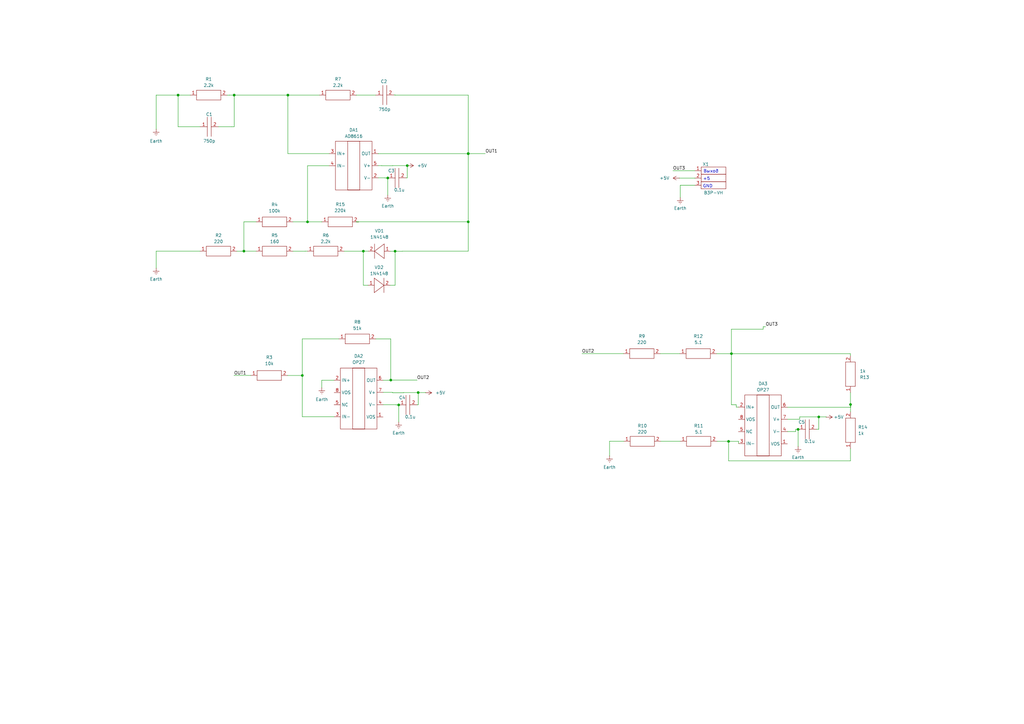
<source format=kicad_sch>
(kicad_sch (version 20231120) (generator "eeschema") (generator_version "8.0")
  (paper "A3")
  (title_block (title "Схема печатной платы") (company "МГТУ им. Баумана БМТ2-31М") (comment 2 "Плыткевич Г.Е."))
  (lib_symbols
    (symbol "2.2k_1"
      (property "Reference" "R" (at 7 3 0))
      (property "Value" "2.2k" (at 7 -3 0))
      (symbol "2.2k_1_0_1"
        (rectangle (start 2.5634 1.9901) (end 12.5634 -2.0099))
      )
      (symbol "2.2k_1_1_1"
        (pin bidirectional line (at 0 0 0) (length 2.54) (name "") (number "1"))
        (pin bidirectional line (at 15.129 -0.0117 180) (length 2.54) (name "") (number "2"))
      )
    )
    (symbol "2.2k_2"
      (property "Reference" "R" (at 7 3 0))
      (property "Value" "2.2k" (at 7 -3 0))
      (symbol "2.2k_2_0_1"
        (rectangle (start 2.5634 1.9901) (end 12.5634 -2.0099))
      )
      (symbol "2.2k_2_1_1"
        (pin bidirectional line (at 0 0 0) (length 2.54) (name "") (number "1"))
        (pin bidirectional line (at 15.129 -0.0117 180) (length 2.54) (name "") (number "2"))
      )
    )
    (symbol "MGTU_Amplifier:AD8616"
      (property "Reference" "DA" (at 4 6 0))
      (property "Value" "AD8616" (at 10 -16 0))
      (symbol "AD8616_0_1"
        (rectangle (start 2.5854 5.0806) (end 17.5854 -14.9194))
        (rectangle (start 7.5854 5.0806) (end 12.5854 -14.9194))
      )
      (symbol "AD8616_1_1"
        (pin output line (at 20.0913 0.0026 180) (length 2.54) (name "OUT") (number "1"))
        (pin power_in line (at 20.172 -9.9623 180) (length 2.54) (name "V-") (number "2"))
        (pin input line (at 0.0404 0.0026 0) (length 2.54) (name "IN+") (number "3"))
        (pin input line (at 0 -5 0) (length 2.54) (name "IN-") (number "4"))
        (pin power_in line (at 20.1317 -4.9194 180) (length 2.54) (name "V+") (number "5"))
      )
    )
    (symbol "MGTU_Amplifier:OP27"
      (property "Reference" "DA" (at 4.6143 6.0404 0))
      (property "Value" "OP27" (at 5.6143 -20.9596 0))
      (symbol "OP27_0_1"
        (rectangle (start 2.6143 5.0404) (end 17.6143 -19.9596))
        (rectangle (start 7.6143 5.0404) (end 12.6143 -19.9596))
      )
      (symbol "OP27_1_1"
        (pin input line (at 20.1168 -15.0292 180) (length 2.54) (name "VOS") (number "1"))
        (pin input line (at 0 0.0583 0) (length 2.54) (name "IN+") (number "2"))
        (pin input line (at 0.0662 -14.8969 0) (length 2.54) (name "IN-") (number "3"))
        (pin power_in line (at 20.183 -9.9669 180) (length 2.54) (name "V-") (number "4"))
        (pin input line (at 0 -10 0) (length 2.54) (name "NC") (number "5"))
        (pin output line (at 20.1499 0.0253 180) (length 2.54) (name "OUT") (number "6"))
        (pin power_in line (at 20.183 -4.9377 180) (length 2.54) (name "V+") (number "7"))
        (pin input line (at 0.0331 -5.0039 0) (length 2.54) (name "VOS") (number "8"))
      )
    )
    (symbol "MGTU_Capacitors:0.1u"
      (property "Reference" "C" (at 3 5 0))
      (property "Value" "0.1u" (at 4 -6 0))
      (symbol "0.1u_0_1"
        (polyline (pts (xy 3 0) (xy 3 -4)))
        (polyline (pts (xy 3 0) (xy 3 4)))
        (polyline (pts (xy 4.5638 4.0551) (xy 4.5666 -3.9811) (xy 4.5572 -3.9434) (xy 4.6231 -3.9528)))
      )
      (symbol "0.1u_1_1"
        (pin bidirectional line (at 0 0 0) (length 3) (name "") (number "1"))
        (pin bidirectional line (at 7.5752 0.0377 180) (length 3) (name "") (number "2"))
      )
    )
    (symbol "MGTU_Capacitors:750p"
      (property "Reference" "C" (at 3 6 0))
      (property "Value" "750p" (at 4 -6 0))
      (symbol "750p_0_1"
        (polyline (pts (xy 3 0) (xy 3 -4)))
        (polyline (pts (xy 3 0) (xy 3 4)))
        (polyline (pts (xy 4.5572 0.0253) (xy 4.5572 -3.9747)))
        (polyline (pts (xy 4.5572 0.0253) (xy 4.5572 4.0253)))
      )
      (symbol "750p_1_1"
        (pin bidirectional line (at 0 0 0) (length 3) (name "") (number "1"))
        (pin bidirectional line (at 7.5752 0.0377 180) (length 3) (name "") (number "2"))
      )
    )
    (symbol "MGTU_Connectors:3-pin-B3P-VH"
      (property "Reference" "X" (at 2 3 0))
      (property "Value" "B3P-VH" (at 6 -9 0))
      (symbol "3-pin-B3P-VH_0_1"
        (rectangle (start 2.54 -4.5307) (end 12.7391 -7.46))
        (rectangle (start 2.5723 -1.4984) (end 12.7323 -4.4984))
        (rectangle (start 2.5723 1.5016) (end 12.7323 -1.4984))
      )
      (symbol "3-pin-B3P-VH_1_1"
        (pin input line (at 0 0 0) (length 2.54) (name "") (number "1"))
        (pin input line (at 0.0323 -3.0384 0) (length 2.54) (name "") (number "2"))
        (pin input line (at 0 -6 0) (length 2.54) (name "") (number "3"))
      )
    )
    (symbol "MGTU_Diods:1N4148"
      (property "Reference" "VD" (at 4 4 0))
      (property "Value" "1N4148" (at 5 -4 0))
      (symbol "1N4148_0_1"
        (polyline (pts (xy 2.5673 2.962) (xy 2.5673 -3.038)))
        (polyline (pts (xy 2.5673 -0.038) (xy 6.5673 2.962) (xy 6.5673 -3.038) (xy 2.5673 -0.038)))
      )
      (symbol "1N4148_1_1"
        (pin input line (at 9.1141 -0.0241 180) (length 2.54) (name "") (number "1"))
        (pin input line (at 0 0 0) (length 2.54) (name "") (number "2"))
      )
    )
    (symbol "MGTU_Resistors:100k"
      (property "Reference" "R" (at 7 3 0))
      (property "Value" "100k" (at 7 -3 0))
      (symbol "100k_0_1"
        (rectangle (start 2.5634 1.9901) (end 12.5634 -2.0099))
      )
      (symbol "100k_1_1"
        (pin bidirectional line (at 0 0 0) (length 2.54) (name "") (number "1"))
        (pin bidirectional line (at 15.129 -0.0117 180) (length 2.54) (name "") (number "2"))
      )
    )
    (symbol "MGTU_Resistors:10k"
      (property "Reference" "R" (at 7 3 0))
      (property "Value" "10k" (at 7 -4 0))
      (symbol "10k_0_1"
        (rectangle (start 2.5634 1.9901) (end 12.5634 -2.0099))
      )
      (symbol "10k_1_1"
        (pin bidirectional line (at 0 0 0) (length 2.54) (name "") (number "1"))
        (pin bidirectional line (at 15.129 -0.0117 180) (length 2.54) (name "") (number "2"))
      )
    )
    (symbol "MGTU_Resistors:160"
      (property "Reference" "R" (at 7 3 0))
      (property "Value" "160" (at 7 -3 0))
      (symbol "160_0_1"
        (rectangle (start 2.5634 1.9901) (end 12.5634 -2.0099))
      )
      (symbol "160_1_1"
        (pin bidirectional line (at 0 0 0) (length 2.54) (name "") (number "1"))
        (pin bidirectional line (at 15.129 -0.0117 180) (length 2.54) (name "") (number "2"))
      )
    )
    (symbol "MGTU_Resistors:1k"
      (property "Reference" "R" (at 3 3 0))
      (property "Value" "1k" (at 4 -3 0))
      (symbol "1k_0_1"
        (rectangle (start 2.5634 1.9901) (end 12.5634 -2.0099))
      )
      (symbol "1k_1_1"
        (pin bidirectional line (at 0 0 0) (length 2.54) (name "") (number "1"))
        (pin bidirectional line (at 15.129 -0.0117 180) (length 2.54) (name "") (number "2"))
      )
    )
    (symbol "MGTU_Resistors:2.2k"
      (property "Reference" "R" (at 7 3 0))
      (property "Value" "2.2k" (at 7 -3 0))
      (symbol "2.2k_0_1"
        (rectangle (start 2.5634 1.9901) (end 12.5634 -2.0099))
      )
      (symbol "2.2k_1_1"
        (pin bidirectional line (at 0 0 0) (length 2.54) (name "") (number "1"))
        (pin bidirectional line (at 15.129 -0.0117 180) (length 2.54) (name "") (number "2"))
      )
    )
    (symbol "MGTU_Resistors:220"
      (property "Reference" "R" (at 7 3 0))
      (property "Value" "220" (at 7 -3 0))
      (symbol "220_0_1"
        (rectangle (start 2.5634 1.9901) (end 12.5634 -2.0099))
      )
      (symbol "220_1_1"
        (pin bidirectional line (at 0 0 0) (length 2.54) (name "") (number "1"))
        (pin bidirectional line (at 15.129 -0.0117 180) (length 2.54) (name "") (number "2"))
      )
    )
    (symbol "MGTU_Resistors:220k"
      (property "Reference" "R" (at 5 3 0))
      (property "Value" "220k" (at 6 -4 0))
      (symbol "220k_0_1"
        (rectangle (start 2.5634 1.9901) (end 12.5634 -2.0099))
      )
      (symbol "220k_1_1"
        (pin bidirectional line (at 0 0 0) (length 2.54) (name "") (number "1"))
        (pin bidirectional line (at 15.129 -0.0117 180) (length 2.54) (name "") (number "2"))
      )
    )
    (symbol "MGTU_Resistors:5.1"
      (property "Reference" "R" (at 7 3 0))
      (property "Value" "5.1" (at 7 -4 0))
      (symbol "5.1_0_1"
        (rectangle (start 2.5634 1.9901) (end 12.5634 -2.0099))
      )
      (symbol "5.1_1_1"
        (pin bidirectional line (at 0 0 0) (length 2.54) (name "") (number "1"))
        (pin bidirectional line (at 15.129 -0.0117 180) (length 2.54) (name "") (number "2"))
      )
    )
    (symbol "MGTU_Resistors:51k"
      (property "Reference" "R" (at 7 3 0))
      (property "Value" "51k" (at 7 -3 0))
      (symbol "51k_0_1"
        (rectangle (start 2.5634 1.9901) (end 12.5634 -2.0099))
      )
      (symbol "51k_1_1"
        (pin bidirectional line (at 0 0 0) (length 2.54) (name "") (number "1"))
        (pin bidirectional line (at 15.129 -0.0117 180) (length 2.54) (name "") (number "2"))
      )
    )
    (symbol "power:+5V" (power) (pin_numbers hide) (pin_names (offset 0) hide)
      (property "Value" "+5V" (at 0 3.556 0))
      (symbol "+5V_0_1"
        (polyline (pts (xy -0.762 1.27) (xy 0 2.54)))
        (polyline (pts (xy 0 0) (xy 0 2.54)))
        (polyline (pts (xy 0 2.54) (xy 0.762 1.27)))
      )
      (symbol "+5V_1_1"
        (pin power_in line (at 0 0 90) (length 0) (name "~") (number "1"))
      )
    )
    (symbol "power:Earth" (power) (pin_numbers hide) (pin_names (offset 0) hide)
      (property "Value" "Earth" (at 0 -3.81 0))
      (symbol "Earth_0_1"
        (polyline (pts (xy -0.635 -1.905) (xy 0.635 -1.905)))
        (polyline (pts (xy -0.127 -2.54) (xy 0.127 -2.54)))
        (polyline (pts (xy 0 -1.27) (xy 0 0)))
        (polyline (pts (xy 1.27 -1.27) (xy -1.27 -1.27)))
      )
      (symbol "Earth_1_1"
        (pin power_in line (at 0 0 270) (length 0) (name "~") (number "1"))
      )
    )
  )
  (junction (at 124 154))
  (junction (at 149.0404 103.0091))
  (junction (at 298.817 181.0331))
  (junction (at 96.0404 38.9974))
  (junction (at 162.0404 103.0215))
  (junction (at 159.0404 72.9974))
  (junction (at 335.817 171))
  (junction (at 171.5165 161))
  (junction (at 192.0404 63))
  (junction (at 327.3335 176.1111))
  (junction (at 192.0404 62.9974))
  (junction (at 167.0404 67.9194))
  (junction (at 100.0404 102.9974))
  (junction (at 300 145.0448))
  (junction (at 163.5165 166.078))
  (junction (at 192.0404 90.9946))
  (junction (at 348.8287 165.9041))
  (junction (at 126.129 91.0091))
  (junction (at 118.0808 38.9974))
  (junction (at 73.0404 38.9974))
  (junction (at 160.2789 155.8828))
  (wire (pts (xy 141.1694 103.0091) (xy 149.0404 103.0091)))
  (wire (pts (xy 118 154) (xy 124 154)))
  (wire (pts (xy 154.129 139.0117) (xy 160.2789 139.0117)))
  (wire (pts (xy 302.9163 181.0331) (xy 302.9163 181.9222)))
  (wire (pts (xy 125.1694 102.9974) (xy 126.0404 102.9974)))
  (wire (pts (xy 348.8287 165.9041) (xy 348.8287 168.9041)))
  (wire (pts (xy 126.129 91.0091) (xy 126.129 68)))
  (wire (pts (xy 327.3335 176.1111) (xy 327.3335 183.1111)))
  (wire (pts (xy 158.0404 72.9974) (xy 158.0404 72.9623)))
  (wire (pts (xy 155.0913 63) (xy 192.0404 63)))
  (wire (pts (xy 162.0404 102.9974) (xy 162.0404 103.0215)))
  (wire (pts (xy 326.3335 176.1111) (xy 327.3335 176.1111)))
  (wire (pts (xy 302 166) (xy 302 166.967)))
  (wire (pts (xy 146.1694 38.9974) (xy 146.1694 39.0091)))
  (wire (pts (xy 328 171) (xy 335.817 171)))
  (wire (pts (xy 105.0404 90.9974) (xy 100.0404 90.9974)))
  (wire (pts (xy 348.8053 145.0448) (xy 348.8053 145.9041)))
  (wire (pts (xy 125.1694 103.0091) (xy 125.1694 102.9974)))
  (wire (pts (xy 192.0404 90.9946) (xy 192.0404 102.9974)))
  (wire (pts (xy 192.0404 63) (xy 192.0404 90.9946)))
  (wire (pts (xy 326.3335 176.9922) (xy 323.0331 176.9922)))
  (wire (pts (xy 165.0404 102.9974) (xy 165.0404 103.0215)))
  (wire (pts (xy 157.1499 155.9747) (xy 160.2789 155.9747)))
  (wire (pts (xy 348.817 165.9041) (xy 348.817 161.0331)))
  (wire (pts (xy 161 161.078) (xy 165.5165 161.078)))
  (wire (pts (xy 146.1694 91.0117) (xy 147.129 91.0117)))
  (wire (pts (xy 171.0376 155.8593) (xy 171.0376 155.8828)))
  (wire (pts (xy 293.946 145.0448) (xy 300 145.0448)))
  (wire (pts (xy 73.0404 38.9974) (xy 73.0404 51.9974)))
  (wire (pts (xy 94.0404 38.9974) (xy 94.0404 39.0091)))
  (wire (pts (xy 174.5165 161) (xy 174.5165 161.078)))
  (wire (pts (xy 279 81) (xy 279 76)))
  (wire (pts (xy 149.0404 116.9974) (xy 150.9263 116.9974)))
  (wire (pts (xy 156.5239 67.9194) (xy 156.5239 67.9974)))
  (wire (pts (xy 160.2789 155.8828) (xy 160.2789 155.9747)))
  (wire (pts (xy 64.0404 38.9974) (xy 64.0404 52.9974)))
  (wire (pts (xy 348.9669 165.9041) (xy 348.8287 165.9041)))
  (wire (pts (xy 73.0404 38.9974) (xy 64.0404 38.9974)))
  (wire (pts (xy 124 139) (xy 124 154)))
  (wire (pts (xy 160.1545 103.0215) (xy 162.0404 103.0215)))
  (wire (pts (xy 162.0404 103.0215) (xy 165.0404 103.0215)))
  (wire (pts (xy 100.0404 102.9974) (xy 105.0404 102.9974)))
  (wire (pts (xy 298.817 181.0117) (xy 298.817 181.0331)))
  (wire (pts (xy 192.0404 62.9974) (xy 199.0404 62.9974)))
  (wire (pts (xy 156.5239 67.9194) (xy 155.1317 67.9194)))
  (wire (pts (xy 302 166.967) (xy 302.8501 166.967)))
  (wire (pts (xy 96.0404 51.9714) (xy 95.0404 51.9714)))
  (wire (pts (xy 171.5165 161) (xy 171.5165 166.0403)))
  (wire (pts (xy 300 145.0448) (xy 348.8053 145.0448)))
  (wire (pts (xy 161.0404 67.9194) (xy 167.0404 67.9194)))
  (wire (pts (xy 270.817 145.0331) (xy 278.817 145.0331)))
  (wire (pts (xy 120.1694 91.0091) (xy 126.129 91.0091)))
  (wire (pts (xy 165.5165 161) (xy 171.5165 161)))
  (wire (pts (xy 192.0404 62.9974) (xy 192.0404 63)))
  (wire (pts (xy 348.9669 167) (xy 348.9669 165.9041)))
  (wire (pts (xy 162.5165 166.078) (xy 162.5165 165.9669)))
  (wire (pts (xy 102.871 153.9883) (xy 96 153.9883)))
  (wire (pts (xy 348.8287 165.9041) (xy 348.817 165.9041)))
  (wire (pts (xy 278.6245 73.0421) (xy 285.0323 73.0421)))
  (wire (pts (xy 238.688 145.0214) (xy 255.688 145.0214)))
  (wire (pts (xy 95.0404 51.9714) (xy 95.0404 51.9597)))
  (wire (pts (xy 118.0808 62.9974) (xy 118.0808 38.9974)))
  (wire (pts (xy 146.1694 90.9946) (xy 146.1694 91.0117)))
  (wire (pts (xy 250 180.9883) (xy 250 187)))
  (wire (pts (xy 192.0404 38.9948) (xy 192.0404 62.9974)))
  (wire (pts (xy 163.5165 166.078) (xy 163.5165 173.078)))
  (wire (pts (xy 271 181) (xy 279 181)))
  (wire (pts (xy 314 134) (xy 313 134)))
  (wire (pts (xy 126.129 91.0091) (xy 131.9361 91.0091)))
  (wire (pts (xy 313 134) (xy 313 135)))
  (wire (pts (xy 161.0404 67.9974) (xy 161.0404 67.9194)))
  (wire (pts (xy 167.0404 67.9194) (xy 167.0404 72.9597)))
  (wire (pts (xy 149.0404 102.9974) (xy 149.0404 103.0091)))
  (wire (pts (xy 165.5165 161.078) (xy 165.5165 161)))
  (wire (pts (xy 338.817 171) (xy 338.817 171.078)))
  (wire (pts (xy 96.0404 38.9974) (xy 118.0808 38.9974)))
  (wire (pts (xy 171.5165 161) (xy 174.5165 161)))
  (wire (pts (xy 294.129 181.0117) (xy 298.817 181.0117)))
  (wire (pts (xy 335.817 171) (xy 335.817 176.0734)))
  (wire (pts (xy 99.0404 103.0091) (xy 99.0404 102.9974)))
  (wire (pts (xy 126.129 68) (xy 135 68)))
  (wire (pts (xy 171.5165 166.0403) (xy 171.0917 166.0403)))
  (wire (pts (xy 298.817 181.0331) (xy 302.9163 181.0331)))
  (wire (pts (xy 160.2789 155.8828) (xy 171.0376 155.8828)))
  (wire (pts (xy 162.0404 38.9948) (xy 192.0404 38.9948)))
  (wire (pts (xy 326.3335 176.1111) (xy 326.3335 176.9922)))
  (wire (pts (xy 96.0404 38.9974) (xy 96.0404 51.9714)))
  (wire (pts (xy 97.1694 103.0091) (xy 99.0404 103.0091)))
  (wire (pts (xy 167.0404 72.9597) (xy 166.6156 72.9597)))
  (wire (pts (xy 99.0404 102.9974) (xy 100.0404 102.9974)))
  (wire (pts (xy 154.0404 38.9974) (xy 146.1694 38.9974)))
  (wire (pts (xy 161 160.9377) (xy 161 161.078)))
  (wire (pts (xy 150.9263 116.9974) (xy 150.9263 117.0215)))
  (wire (pts (xy 64.0404 102.9974) (xy 82.0404 102.9974)))
  (wire (pts (xy 124 139) (xy 139 139)))
  (wire (pts (xy 276 70) (xy 285 70)))
  (wire (pts (xy 302 166) (xy 300 166)))
  (wire (pts (xy 118.0808 38.9974) (xy 131.0404 38.9974)))
  (wire (pts (xy 323 167) (xy 348.9669 167)))
  (wire (pts (xy 78.0404 38.9974) (xy 73.0404 38.9974)))
  (wire (pts (xy 96 153.9883) (xy 96 154)))
  (wire (pts (xy 132 155.9417) (xy 132 159)))
  (wire (pts (xy 158.0404 72.9974) (xy 159.0404 72.9974)))
  (wire (pts (xy 335.817 171) (xy 338.817 171)))
  (wire (pts (xy 137.0662 170.8969) (xy 124 170.8969)))
  (wire (pts (xy 285.0323 73.0421) (xy 285.0323 73.0384)))
  (wire (pts (xy 146.1694 90.9946) (xy 192.0404 90.9946)))
  (wire (pts (xy 156.5239 67.9974) (xy 161.0404 67.9974)))
  (wire (pts (xy 162.5165 165.9669) (xy 157.183 165.9669)))
  (wire (pts (xy 162.0404 38.9597) (xy 161.6156 38.9597)))
  (wire (pts (xy 300 135) (xy 300 145.0448)))
  (wire (pts (xy 328 171.963) (xy 323.0331 171.963)))
  (wire (pts (xy 159.0404 72.9974) (xy 159.0404 79.9974)))
  (wire (pts (xy 300 135) (xy 313 135)))
  (wire (pts (xy 120.1694 103.0091) (xy 125.1694 103.0091)))
  (wire (pts (xy 162.0404 116.9974) (xy 160.0404 116.9974)))
  (wire (pts (xy 124 154) (xy 124 170.8969)))
  (wire (pts (xy 155.0913 62.9974) (xy 155.0913 63)))
  (wire (pts (xy 149.0404 102.9974) (xy 151.0404 102.9974)))
  (wire (pts (xy 94.0404 39.0091) (xy 93.1694 39.0091)))
  (wire (pts (xy 64.0404 102.9974) (xy 64.0404 109.9974)))
  (wire (pts (xy 94.0404 38.9974) (xy 96.0404 38.9974)))
  (wire (pts (xy 95.0404 51.9597) (xy 89.6156 51.9597)))
  (wire (pts (xy 149.0404 103.0091) (xy 149.0404 116.9974)))
  (wire (pts (xy 348.817 189.0331) (xy 348.817 184.0331)))
  (wire (pts (xy 131.9361 91.0091) (xy 131.9361 91)))
  (wire (pts (xy 165.0404 102.9974) (xy 192.0404 102.9974)))
  (wire (pts (xy 328 171) (xy 328 171.963)))
  (wire (pts (xy 135.0404 62.9974) (xy 118.0808 62.9974)))
  (wire (pts (xy 73.0404 51.9974) (xy 82.0404 51.9974)))
  (wire (pts (xy 162.0404 38.9948) (xy 162.0404 38.9597)))
  (wire (pts (xy 250 180.9883) (xy 255.871 180.9883)))
  (wire (pts (xy 131.9361 91) (xy 132 91)))
  (wire (pts (xy 160.2789 139.0117) (xy 160.2789 155.8828)))
  (wire (pts (xy 161 160.9377) (xy 157.183 160.9377)))
  (wire (pts (xy 137 155.9417) (xy 132 155.9417)))
  (wire (pts (xy 158.0404 72.9623) (xy 155.172 72.9623)))
  (wire (pts (xy 298.817 189.0331) (xy 348.817 189.0331)))
  (wire (pts (xy 335.817 176.0734) (xy 334.9087 176.0734)))
  (wire (pts (xy 298.817 181.0331) (xy 298.817 189.0331)))
  (wire (pts (xy 279 76) (xy 285 76)))
  (wire (pts (xy 162.5165 166.078) (xy 163.5165 166.078)))
  (wire (pts (xy 162.0404 103.0215) (xy 162.0404 116.9974)))
  (wire (pts (xy 300 166) (xy 300 145.0448)))
  (wire (pts (xy 100.0404 90.9974) (xy 100.0404 102.9974)))
  (text "GND" (at 290.29 76.454 0) (effects (font (size 1.27 1.27))))
  (text "Выход " (at 292.068 70.358 0) (effects (font (size 1.27 1.27))))
  (text "+5" (at 289.782 73.406 0) (effects (font (size 1.27 1.27))))
  (label "OUT1" (at 199.0404 62.9974 0))
  (label "OUT2" (at 238.688 145.0214 0))
  (label "OUT2" (at 171.0376 155.8593 0))
  (label "OUT1" (at 96 154 0))
  (label "OUT3" (at 314 134 0))
  (label "OUT3" (at 276 70 0))
  (symbol (lib_id "MGTU_Resistors:5.1") (at 279 181 0) (unit 1)
    (property "Reference" "R11" (at 286.5645 174.64 0))
    (property "Value" "5.1" (at 286.5645 177.18 0))
    (property "Footprint" "Resistor_SMD:R_0603_1608Metric" (effects (hide yes)))
  )
  (symbol (lib_name "2.2k_2") (lib_id "MGTU_Resistors:2.2k") (at 78.0404 38.9974 0) (unit 1)
    (property "Reference" "R1" (at 85.6049 32.4674 0))
    (property "Value" "2.2k" (at 85.6049 35.0074 0))
    (property "Footprint" "Resistor_SMD:R_0603_1608Metric" (effects (hide yes)))
  )
  (symbol (lib_id "power:+5V") (at 278.6245 73.0421 90) (unit 1)
    (property "Reference" "#PWR09" (effects (hide yes)))
    (property "Value" "+5V" (at 274.5845 73.042 90) (effects (justify left)))
    (property "Description" "Power symbol creates a global label with name \"+5V\"" (effects (hide yes)))
  )
  (symbol (lib_id "power:Earth") (at 159.0404 79.9974 0) (unit 1)
    (property "Reference" "#PWR04" (effects (hide yes)))
    (property "Value" "Earth" (at 159.0404 84.4874 0))
    (property "Description" "Power symbol creates a global label with name \"Earth\"" (effects (hide yes)))
  )
  (symbol (lib_id "MGTU_Resistors:220") (at 255.871 180.9883 0) (unit 1)
    (property "Reference" "R10" (at 263.4355 174.6283 0))
    (property "Value" "220" (at 263.4355 177.1683 0))
    (property "Footprint" "Resistor_SMD:R_0603_1608Metric" (effects (hide yes)))
  )
  (symbol (lib_id "MGTU_Resistors:100k") (at 105.0404 90.9974 0) (unit 1)
    (property "Reference" "R4" (at 112.6049 83.9374 0))
    (property "Value" "100k" (at 112.6049 86.4774 0))
    (property "Footprint" "Resistor_SMD:R_0603_1608Metric" (effects (hide yes)))
  )
  (symbol (lib_id "MGTU_Resistors:51k") (at 139 139 0) (unit 1)
    (property "Reference" "R8" (at 146.5645 132.08 0))
    (property "Value" "51k" (at 146.5645 134.62 0))
    (property "Footprint" "Resistor_SMD:R_0603_1608Metric" (effects (hide yes)))
  )
  (symbol (lib_id "MGTU_Amplifier:OP27") (at 302.8501 167.0253 0) (unit 1)
    (property "Reference" "DA3" (at 312.9416 157.3453 0))
    (property "Value" "OP27" (at 312.9416 159.8853 0))
    (property "Footprint" "Package_DIP:DIP-8_W7.62mm_SMDSocket_SmallPads" (effects (hide yes)))
  )
  (symbol (lib_id "MGTU_Amplifier:AD8616") (at 135 63 0) (unit 1)
    (property "Reference" "DA1" (at 145.086 53.33 0))
    (property "Value" "AD8616" (at 145.086 55.87 0))
    (property "Footprint" "Package_TO_SOT_SMD:SOT-23-5" (effects (hide yes)))
  )
  (symbol (lib_id "MGTU_Resistors:1k") (at 348.817 161.0331 270) (mirror x) (unit 1)
    (property "Reference" "R13" (at 352.637 154.7387 90) (effects (justify left)))
    (property "Value" "1k" (at 352.637 152.1987 90) (effects (justify left)))
    (property "Footprint" "Resistor_SMD:R_0603_1608Metric" (effects (hide yes)))
  )
  (symbol (lib_id "power:Earth") (at 327.3335 183.1111 0) (unit 1)
    (property "Reference" "#PWR011" (effects (hide yes)))
    (property "Value" "Earth" (at 327.3335 187.6011 0))
    (property "Description" "Power symbol creates a global label with name \"Earth\"" (effects (hide yes)))
  )
  (symbol (lib_id "power:Earth") (at 163.5165 173.078 0) (unit 1)
    (property "Reference" "#PWR05" (effects (hide yes)))
    (property "Value" "Earth" (at 163.5165 177.568 0))
    (property "Description" "Power symbol creates a global label with name \"Earth\"" (effects (hide yes)))
  )
  (symbol (lib_id "MGTU_Resistors:160") (at 105.0404 102.9974 0) (unit 1)
    (property "Reference" "R5" (at 112.6049 96.5374 0))
    (property "Value" "160" (at 112.6049 99.0774 0))
    (property "Footprint" "Resistor_SMD:R_0603_1608Metric" (effects (hide yes)))
  )
  (symbol (lib_id "MGTU_Capacitors:0.1u") (at 159.0404 72.9974 0) (unit 1)
    (property "Reference" "C3" (at 160.5024 70.0094 0))
    (property "Value" "0.1u" (at 163.8044 77.8834 0))
    (property "Footprint" "Capacitor_SMD:C_0805_2012Metric" (effects (hide yes)))
  )
  (symbol (lib_id "MGTU_Resistors:10k") (at 102.871 153.9883 0) (unit 1)
    (property "Reference" "R3" (at 110.4355 146.5783 0))
    (property "Value" "10k" (at 110.4355 149.1183 0))
    (property "Footprint" "Resistor_SMD:R_0603_1608Metric" (effects (hide yes)))
  )
  (symbol (lib_id "MGTU_Resistors:220k") (at 132 91 0) (unit 1)
    (property "Reference" "R15" (at 139.5645 83.82 0))
    (property "Value" "220k" (at 139.5645 86.36 0))
    (property "Footprint" "Resistor_SMD:R_0603_1608Metric" (effects (hide yes)))
  )
  (symbol (lib_id "MGTU_Diods:1N4148") (at 151.0404 102.9974 0) (unit 1)
    (property "Reference" "VD1" (at 155.5974 94.6974 0))
    (property "Value" "1N4148" (at 155.5974 97.2374 0))
    (property "Footprint" "Diode_THT:D_DO-35_SOD27_P2.54mm_Vertical_AnodeUp" (effects (hide yes)))
  )
  (symbol (lib_id "power:+5V") (at 174.5165 161.078 270) (mirror x) (unit 1)
    (property "Reference" "#PWR07" (effects (hide yes)))
    (property "Value" "+5V" (at 178.5565 161.0779 90) (effects (justify left)))
    (property "Description" "Power symbol creates a global label with name \"+5V\"" (effects (hide yes)))
  )
  (symbol (lib_id "power:Earth") (at 250 187 0) (unit 1)
    (property "Reference" "#PWR08" (effects (hide yes)))
    (property "Value" "Earth" (at 250 191.61 0))
    (property "Description" "Power symbol creates a global label with name \"Earth\"" (effects (hide yes)))
  )
  (symbol (lib_id "MGTU_Capacitors:0.1u") (at 327.3335 176.1111 0) (unit 1)
    (property "Reference" "C5" (at 328.7955 173.1231 0))
    (property "Value" "0.1u" (at 332.0975 180.9971 0))
    (property "Footprint" "Capacitor_SMD:C_0805_2012Metric" (effects (hide yes)))
  )
  (symbol (lib_id "MGTU_Resistors:1k") (at 348.817 184.0331 90) (unit 1)
    (property "Reference" "R14" (at 351.937 175.1985 90) (effects (justify right)))
    (property "Value" "1k" (at 351.937 177.7385 90) (effects (justify right)))
    (property "Footprint" "Resistor_SMD:R_0603_1608Metric" (effects (hide yes)))
  )
  (symbol (lib_id "MGTU_Capacitors:0.1u") (at 163.5165 166.078 0) (unit 1)
    (property "Reference" "C4" (at 164.9785 163.09 0))
    (property "Value" "0.1u" (at 168.2805 170.964 0))
    (property "Footprint" "Capacitor_SMD:C_0805_2012Metric" (effects (hide yes)))
  )
  (symbol (lib_id "power:+5V") (at 167.0404 67.9194 270) (mirror x) (unit 1)
    (property "Reference" "#PWR06" (effects (hide yes)))
    (property "Value" "+5V" (at 171.0804 67.9193 90) (effects (justify left)))
    (property "Description" "Power symbol creates a global label with name \"+5V\"" (effects (hide yes)))
  )
  (symbol (lib_name "2.2k_1") (lib_id "MGTU_Resistors:2.2k") (at 131.0404 38.9974 0) (unit 1)
    (property "Reference" "R7" (at 138.6049 32.4674 0))
    (property "Value" "2.2k" (at 138.6049 35.0074 0))
    (property "Footprint" "Resistor_SMD:R_0603_1608Metric" (effects (hide yes)))
  )
  (symbol (lib_id "MGTU_Resistors:220") (at 82.0404 102.9974 0) (unit 1)
    (property "Reference" "R2" (at 89.6049 96.5374 0))
    (property "Value" "220" (at 89.6049 99.0774 0))
    (property "Footprint" "Resistor_SMD:R_0603_1608Metric" (effects (hide yes)))
  )
  (symbol (lib_id "MGTU_Resistors:2.2k") (at 126.0404 102.9974 0) (unit 1)
    (property "Reference" "R6" (at 133.6049 96.5374 0))
    (property "Value" "2.2k" (at 133.6049 99.0774 0))
    (property "Footprint" "Resistor_SMD:R_0603_1608Metric" (effects (hide yes)))
  )
  (symbol (lib_id "MGTU_Diods:1N4148") (at 160.0404 116.9974 0) (mirror y) (unit 1)
    (property "Reference" "VD2" (at 155.4834 109.6674 0))
    (property "Value" "1N4148" (at 155.4834 112.2074 0))
    (property "Footprint" "Diode_THT:D_DO-35_SOD27_P2.54mm_Vertical_AnodeUp" (effects (hide yes)))
  )
  (symbol (lib_id "power:Earth") (at 279 81 0) (unit 1)
    (property "Reference" "#PWR010" (effects (hide yes)))
    (property "Value" "Earth" (at 279 85.39 0))
    (property "Description" "Power symbol creates a global label with name \"Earth\"" (effects (hide yes)))
  )
  (symbol (lib_id "power:Earth") (at 64.0404 109.9974 0) (unit 1)
    (property "Reference" "#PWR02" (effects (hide yes)))
    (property "Value" "Earth" (at 64.0404 114.4774 0))
    (property "Description" "Power symbol creates a global label with name \"Earth\"" (effects (hide yes)))
  )
  (symbol (lib_id "MGTU_Resistors:220") (at 255.688 145.0214 0) (unit 1)
    (property "Reference" "R9" (at 263.2525 137.8814 0))
    (property "Value" "220" (at 263.2525 140.4214 0))
    (property "Footprint" "Resistor_SMD:R_0603_1608Metric" (effects (hide yes)))
  )
  (symbol (lib_id "MGTU_Connectors:3-pin-B3P-VH") (at 285 70 0) (unit 1)
    (property "Reference" "X1" (at 288.136 67.356 0) (effects (justify left)))
    (property "Value" "B3P-VH" (at 288.644 79.04 0) (effects (justify left)))
    (property "Footprint" "MGTU_Places:B3P-VH" (effects (hide yes)))
  )
  (symbol (lib_id "MGTU_Resistors:5.1") (at 278.817 145.0331 0) (unit 1)
    (property "Reference" "R12" (at 286.3815 137.8931 0))
    (property "Value" "5.1" (at 286.3815 140.4331 0))
    (property "Footprint" "Resistor_SMD:R_0603_1608Metric" (effects (hide yes)))
  )
  (symbol (lib_id "MGTU_Amplifier:OP27") (at 137 156 0) (unit 1)
    (property "Reference" "DA2" (at 147.0915 146.05 0))
    (property "Value" "OP27" (at 147.0915 148.59 0))
    (property "Footprint" "Package_DIP:DIP-8_W7.62mm_SMDSocket_SmallPads" (effects (hide yes)))
  )
  (symbol (lib_id "power:Earth") (at 132 159 0) (unit 1)
    (property "Reference" "#PWR03" (effects (hide yes)))
    (property "Value" "Earth" (at 132 163.83 0))
    (property "Description" "Power symbol creates a global label with name \"Earth\"" (effects (hide yes)))
  )
  (symbol (lib_id "power:+5V") (at 338.817 171.078 270) (mirror x) (unit 1)
    (property "Reference" "#PWR012" (effects (hide yes)))
    (property "Value" "+5V" (at 341.9465 171.052 90) (effects (justify left)))
    (property "Description" "Power symbol creates a global label with name \"+5V\"" (effects (hide yes)))
  )
  (symbol (lib_id "MGTU_Capacitors:750p") (at 82.0404 51.9974 0) (unit 1)
    (property "Reference" "C1" (at 85.8264 46.8954 0))
    (property "Value" "750p" (at 85.8264 57.8174 0))
    (property "Footprint" "Capacitor_SMD:C_0805_2012Metric" (effects (hide yes)))
  )
  (symbol (lib_id "power:Earth") (at 64.0404 52.9974 0) (unit 1)
    (property "Reference" "#PWR01" (effects (hide yes)))
    (property "Value" "Earth" (at 64.0404 57.8674 0))
    (property "Description" "Power symbol creates a global label with name \"Earth\"" (effects (hide yes)))
  )
  (symbol (lib_id "MGTU_Capacitors:750p") (at 154.0404 38.9974 0) (unit 1)
    (property "Reference" "C2" (at 157.4544 33.4334 0))
    (property "Value" "750p" (at 157.7084 44.8634 0))
    (property "Footprint" "Capacitor_SMD:C_0805_2012Metric" (effects (hide yes)))
  )
)
</source>
